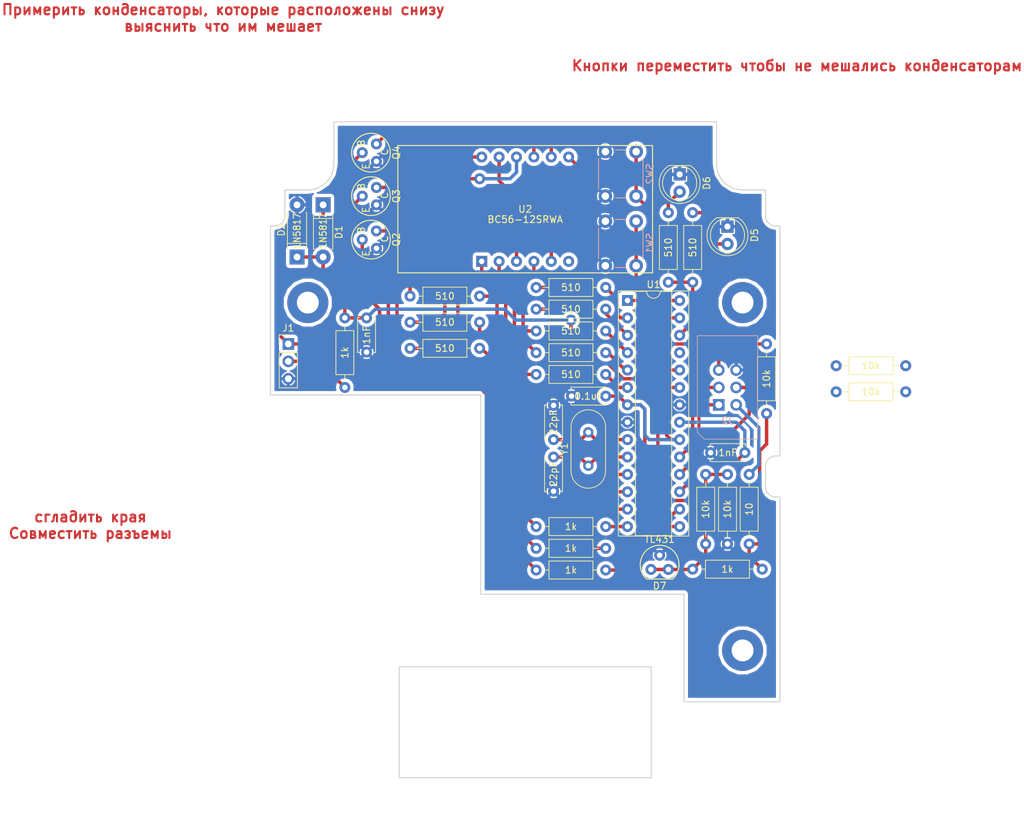
<source format=kicad_pcb>
(kicad_pcb (version 4) (host pcbnew 4.0.7)
  (layers (0 F.Cu signal) (31 B.Cu signal) (34 B.Paste user) (35 F.Paste user) (36 B.SilkS user) (37 F.SilkS user) (38 B.Mask user) (39 F.Mask user) (44 Edge.Cuts user))
  (net 0 "")
  (net 1 "Net-(C1-Pad1)")
  (net 2 GNDD)
  (net 3 "Net-(C2-Pad1)")
  (net 4 +5V)
  (net 5 CURRENT)
  (net 6 BTN1)
  (net 7 BTN2)
  (net 8 AREF)
  (net 9 "Net-(D5-Pad2)")
  (net 10 "Net-(D6-Pad2)")
  (net 11 "Net-(J1-Pad2)")
  (net 12 MISO)
  (net 13 "Net-(J2-Pad2)")
  (net 14 SCK)
  (net 15 MOSI)
  (net 16 RESET)
  (net 17 "Net-(Q2-Pad2)")
  (net 18 "Net-(Q2-Pad1)")
  (net 19 "Net-(Q3-Pad2)")
  (net 20 "Net-(Q3-Pad1)")
  (net 21 "Net-(Q4-Pad2)")
  (net 22 "Net-(Q4-Pad1)")
  (net 23 PERCENT)
  (net 24 SEG_A)
  (net 25 "Net-(R13-Pad2)")
  (net 26 SEG_B)
  (net 27 "Net-(R14-Pad2)")
  (net 28 SEG_C)
  (net 29 "Net-(R15-Pad2)")
  (net 30 SEG_D)
  (net 31 "Net-(R16-Pad2)")
  (net 32 SEG_E)
  (net 33 "Net-(R17-Pad2)")
  (net 34 SEG_F)
  (net 35 "Net-(R18-Pad2)")
  (net 36 SEG_G)
  (net 37 "Net-(R19-Pad2)")
  (net 38 SEG_DP)
  (net 39 "Net-(R20-Pad2)")
  (net 40 VOLTAGE)
  (net 41 DIG_1)
  (net 42 DIG_2)
  (net 43 DIG_3)
  (net 44 CONTROL)
  (module MyFootprints:RES (layer F.Cu) (at 106.68 107.315 180)
    (fp_text reference R24)
    (fp_text value 1k (at 0 0 180) (layer F.SilkS))
    (pad 1 thru_hole circle (at -5.08 0 180) (size 1.6 1.6) (drill 0.8) (layers *.Cu *.Mask) (net 41 DIG_1))
    (pad 2 thru_hole oval (at 5.08 0 180) (size 1.6 1.6) (drill 0.8) (layers *.Cu *.Mask) (net 18 "Net-(Q2-Pad1)"))
  )
  (module Crystals:Crystal_HC49-4H_Vertical (layer F.Cu) (at 109.22 98.425 90)
    (fp_text reference Y1 (at 2.44 -3.525 90) (layer F.SilkS))
    (fp_text value 8Mhz)
    (pad 1 thru_hole circle (at 0 0 90) (size 1.5 1.5) (drill 0.8) (layers *.Cu *.Mask) (net 3 "Net-(C2-Pad1)"))
    (pad 2 thru_hole circle (at 4.88 0 90) (size 1.5 1.5) (drill 0.8) (layers *.Cu *.Mask) (net 1 "Net-(C1-Pad1)"))
  )
  (module MyFootprints:CAP (layer F.Cu) (at 104.14 94.615 90)
    (fp_text reference C1)
    (fp_text value 22pF)
    (fp_text user %V (at 2.5 0 90) (layer F.SilkS))
    (pad 1 thru_hole circle (at 0 0 90) (size 1.6 1.6) (drill 0.8) (layers *.Cu *.Mask) (net 1 "Net-(C1-Pad1)"))
    (pad 2 thru_hole circle (at 5 0 90) (size 1.6 1.6) (drill 0.8) (layers *.Cu *.Mask) (net 2 GNDD))
  )
  (module MyFootprints:CAP (layer F.Cu) (at 104.14 97.155 270)
    (fp_text reference C2)
    (fp_text value 22pF)
    (fp_text user %V (at 2.5 0 270) (layer F.SilkS))
    (pad 1 thru_hole circle (at 0 0 270) (size 1.6 1.6) (drill 0.8) (layers *.Cu *.Mask) (net 3 "Net-(C2-Pad1)"))
    (pad 2 thru_hole circle (at 5 0 270) (size 1.6 1.6) (drill 0.8) (layers *.Cu *.Mask) (net 2 GNDD))
  )
  (module MyFootprints:CAP (layer F.Cu) (at 111.76 88.265 180)
    (fp_text reference C3)
    (fp_text value 0.1uF)
    (fp_text user %V (at 2.5 0 180) (layer F.SilkS))
    (pad 1 thru_hole circle (at 0 0 180) (size 1.6 1.6) (drill 0.8) (layers *.Cu *.Mask) (net 4 +5V))
    (pad 2 thru_hole circle (at 5 0 180) (size 1.6 1.6) (drill 0.8) (layers *.Cu *.Mask) (net 2 GNDD))
  )
  (module MyFootprints:CAP (layer F.Cu) (at 76.835 76.835 270)
    (fp_text reference C4)
    (fp_text value 1nF)
    (fp_text user %V (at 2.5 0 270) (layer F.SilkS))
    (pad 1 thru_hole circle (at 0 0 270) (size 1.6 1.6) (drill 0.8) (layers *.Cu *.Mask) (net 5 CURRENT))
    (pad 2 thru_hole circle (at 5 0 270) (size 1.6 1.6) (drill 0.8) (layers *.Cu *.Mask) (net 2 GNDD))
  )
  (module MyFootprints:CAP (layer F.Cu) (at 132.08 96.52 180)
    (fp_text reference C17)
    (fp_text value 1nF)
    (fp_text user %V (at 2.5 0 180) (layer F.SilkS))
    (pad 1 thru_hole circle (at 0 0 180) (size 1.6 1.6) (drill 0.8) (layers *.Cu *.Mask) (net 8 AREF))
    (pad 2 thru_hole circle (at 5 0 180) (size 1.6 1.6) (drill 0.8) (layers *.Cu *.Mask) (net 2 GNDD))
  )
  (module MyFootprints:DO-41 (layer F.Cu) (at 70.485 60.325 270)
    (fp_text reference D1 (at 4 -2.3 270) (layer F.SilkS))
    (fp_text value 1N5817)
    (fp_text user %V (at 3.8 0 270) (layer F.SilkS) (effects (font (size 1 0.9))))
    (pad 1 thru_hole rect (at 0 0 270) (size 2.2 2.2) (drill 1) (layers *.Cu *.Mask) (net 4 +5V))
    (pad 2 thru_hole oval (at 7.62 0 270) (size 2.2 2.2) (drill 1) (layers *.Cu *.Mask) (net 5 CURRENT))
  )
  (module MyFootprints:DO-41 (layer F.Cu) (at 66.675 67.945 90)
    (fp_text reference D2 (at 4 -2.3 90) (layer F.SilkS))
    (fp_text value 1N5817)
    (fp_text user %V (at 3.8 0 90) (layer F.SilkS) (effects (font (size 1 0.9))))
    (pad 1 thru_hole rect (at 0 0 90) (size 2.2 2.2) (drill 1) (layers *.Cu *.Mask) (net 5 CURRENT))
    (pad 2 thru_hole oval (at 7.62 0 90) (size 2.2 2.2) (drill 1) (layers *.Cu *.Mask) (net 2 GNDD))
  )
  (module LEDs:LED_D5.0mm (layer F.Cu) (at 129.54 63.5 270)
    (fp_text reference D5 (at 1.27 -3.96 270) (layer F.SilkS))
    (fp_text value LED_ALT)
    (pad 1 thru_hole rect (at 0 0 270) (size 1.8 1.8) (drill 0.9) (layers *.Cu *.Mask) (net 2 GNDD))
    (pad 2 thru_hole circle (at 2.54 0 270) (size 1.8 1.8) (drill 0.9) (layers *.Cu *.Mask) (net 9 "Net-(D5-Pad2)"))
  )
  (module LEDs:LED_D5.0mm (layer F.Cu) (at 122.555 55.88 270)
    (fp_text reference D6 (at 1.27 -3.96 270) (layer F.SilkS))
    (fp_text value LED_ALT)
    (pad 1 thru_hole rect (at 0 0 270) (size 1.8 1.8) (drill 0.9) (layers *.Cu *.Mask) (net 2 GNDD))
    (pad 2 thru_hole circle (at 2.54 0 270) (size 1.8 1.8) (drill 0.9) (layers *.Cu *.Mask) (net 10 "Net-(D6-Pad2)"))
  )
  (module MyFootprints:TL431 (layer F.Cu) (at 119.634 112.776)
    (fp_text reference D7 (at 0 3.2) (layer F.SilkS))
    (fp_text value TL431)
    (fp_text user TL431 (at 0 -3.6) (layer F.SilkS))
    (pad 3 thru_hole circle (at 1.27 0.8) (size 1.6 1.6) (drill 0.8) (layers *.Cu *.Mask) (net 8 AREF))
    (pad 1 thru_hole circle (at -1.27 0.8) (size 1.6 1.6) (drill 0.8) (layers *.Cu *.Mask) (net 8 AREF))
    (pad 2 thru_hole circle (at 0 -1.27) (size 1.6 1.6) (drill 0.8) (layers *.Cu *.Mask) (net 2 GNDD))
  )
  (module Pin_Headers:Pin_Header_Straight_1x03_Pitch2.54mm (layer F.Cu) (at 65.405 80.645)
    (fp_text reference J1 (at 0 -2.33) (layer F.SilkS))
    (fp_text value PCB_CONN hide)
    (pad 1 thru_hole rect (at 0 0) (size 1.7 1.7) (drill 1) (layers *.Cu *.Mask) (net 4 +5V))
    (pad 2 thru_hole oval (at 0 2.54) (size 1.7 1.7) (drill 1) (layers *.Cu *.Mask) (net 11 "Net-(J1-Pad2)"))
    (pad 3 thru_hole oval (at 0 5.08) (size 1.7 1.7) (drill 1) (layers *.Cu *.Mask) (net 2 GNDD))
  )
  (module MyFootprints:AVR_ISP (layer B.Cu) (at 129.54 86.995)
    (fp_text reference J2 (at 0 4.87) (layer B.SilkS) (effects (justify mirror)))
    (fp_text value PLD-6)
    (pad 1 thru_hole rect (at -1.27 2.54) (size 1.7 1.7) (drill 1) (layers *.Cu *.Mask) (net 12 MISO))
    (pad 2 thru_hole oval (at 1.27 2.54) (size 1.7 1.7) (drill 1) (layers *.Cu *.Mask) (net 13 "Net-(J2-Pad2)"))
    (pad 3 thru_hole oval (at -1.27 0) (size 1.7 1.7) (drill 1) (layers *.Cu *.Mask) (net 14 SCK))
    (pad 4 thru_hole oval (at 1.27 0) (size 1.7 1.7) (drill 1) (layers *.Cu *.Mask) (net 15 MOSI))
    (pad 5 thru_hole oval (at -1.27 -2.54) (size 1.7 1.7) (drill 1) (layers *.Cu *.Mask) (net 16 RESET))
    (pad 6 thru_hole oval (at 1.27 -2.54) (size 1.7 1.7) (drill 1) (layers *.Cu *.Mask) (net 2 GNDD))
  )
  (module MyFootprints:Q_BCE (layer F.Cu) (at 77.47 65.405 90)
    (fp_text reference Q2 (at 0 3.7 90) (layer F.SilkS))
    (fp_text value Q_NPN_BCE)
    (fp_text user E (at -2 -0.7 90) (layer F.SilkS))
    (fp_text user C (at 0.1 2 90) (layer F.SilkS))
    (fp_text user B (at 1.4 -1.4 90) (layer F.SilkS))
    (pad 2 thru_hole circle (at 1.27 0.8 90) (size 1.6 1.6) (drill 0.8) (layers *.Cu *.Mask) (net 17 "Net-(Q2-Pad2)"))
    (pad 3 thru_hole circle (at -1.27 0.8 90) (size 1.6 1.6) (drill 0.8) (layers *.Cu *.Mask) (net 2 GNDD))
    (pad 1 thru_hole circle (at 0 -1.27 90) (size 1.6 1.6) (drill 0.8) (layers *.Cu *.Mask) (net 18 "Net-(Q2-Pad1)"))
  )
  (module MyFootprints:Q_BCE (layer F.Cu) (at 77.47 59.055 90)
    (fp_text reference Q3 (at 0 3.7 90) (layer F.SilkS))
    (fp_text value Q_NPN_BCE)
    (fp_text user E (at -2 -0.7 90) (layer F.SilkS))
    (fp_text user C (at 0.1 2 90) (layer F.SilkS))
    (fp_text user B (at 1.4 -1.4 90) (layer F.SilkS))
    (pad 2 thru_hole circle (at 1.27 0.8 90) (size 1.6 1.6) (drill 0.8) (layers *.Cu *.Mask) (net 19 "Net-(Q3-Pad2)"))
    (pad 3 thru_hole circle (at -1.27 0.8 90) (size 1.6 1.6) (drill 0.8) (layers *.Cu *.Mask) (net 2 GNDD))
    (pad 1 thru_hole circle (at 0 -1.27 90) (size 1.6 1.6) (drill 0.8) (layers *.Cu *.Mask) (net 20 "Net-(Q3-Pad1)"))
  )
  (module MyFootprints:Q_BCE (layer F.Cu) (at 77.47 52.705 90)
    (fp_text reference Q4 (at 0 3.7 90) (layer F.SilkS))
    (fp_text value Q_NPN_BCE)
    (fp_text user E (at -2 -0.7 90) (layer F.SilkS))
    (fp_text user C (at 0.1 2 90) (layer F.SilkS))
    (fp_text user B (at 1.4 -1.4 90) (layer F.SilkS))
    (pad 2 thru_hole circle (at 1.27 0.8 90) (size 1.6 1.6) (drill 0.8) (layers *.Cu *.Mask) (net 21 "Net-(Q4-Pad2)"))
    (pad 3 thru_hole circle (at -1.27 0.8 90) (size 1.6 1.6) (drill 0.8) (layers *.Cu *.Mask) (net 2 GNDD))
    (pad 1 thru_hole circle (at 0 -1.27 90) (size 1.6 1.6) (drill 0.8) (layers *.Cu *.Mask) (net 22 "Net-(Q4-Pad1)"))
  )
  (module Buttons_Switches_THT:SW_PUSH_6mm_h5mm (layer B.Cu) (at 116.205 69.215 90)
    (fp_text reference SW1 (at 3.25 2 90) (layer B.SilkS) (effects (justify mirror)))
    (fp_text value SW_Push)
    (pad 2 thru_hole circle (at 0 -4.5) (size 2 2) (drill 1.1) (layers *.Cu *.Mask) (net 2 GNDD))
    (pad 1 thru_hole circle (at 0 0) (size 2 2) (drill 1.1) (layers *.Cu *.Mask) (net 6 BTN1))
    (pad 2 thru_hole circle (at 6.5 -4.5) (size 2 2) (drill 1.1) (layers *.Cu *.Mask) (net 2 GNDD))
    (pad 1 thru_hole circle (at 6.5 0) (size 2 2) (drill 1.1) (layers *.Cu *.Mask) (net 6 BTN1))
  )
  (module Buttons_Switches_THT:SW_PUSH_6mm_h5mm (layer B.Cu) (at 116.205 59.055 90)
    (fp_text reference SW2 (at 3.25 2 90) (layer B.SilkS) (effects (justify mirror)))
    (fp_text value SW_Push)
    (pad 2 thru_hole circle (at 0 -4.5) (size 2 2) (drill 1.1) (layers *.Cu *.Mask) (net 2 GNDD))
    (pad 1 thru_hole circle (at 0 0) (size 2 2) (drill 1.1) (layers *.Cu *.Mask) (net 7 BTN2))
    (pad 2 thru_hole circle (at 6.5 -4.5) (size 2 2) (drill 1.1) (layers *.Cu *.Mask) (net 2 GNDD))
    (pad 1 thru_hole circle (at 6.5 0) (size 2 2) (drill 1.1) (layers *.Cu *.Mask) (net 7 BTN2))
  )
  (module MyFootprints:TRS-28_Connfly (layer F.Cu) (at 118.745 90.805)
    (fp_text reference U1 (at 0 -18.84) (layer F.SilkS))
    (fp_text value ATMEGA8A-PU)
    (pad 1 thru_hole rect (at -3.81 -16.51) (size 1.6 1.6) (drill 0.8) (layers *.Cu *.Mask) (net 16 RESET))
    (pad 15 thru_hole oval (at 3.81 16.51) (size 1.6 1.6) (drill 0.8) (layers *.Cu *.Mask) (net 42 DIG_2))
    (pad 2 thru_hole oval (at -3.81 -13.97) (size 1.6 1.6) (drill 0.8) (layers *.Cu *.Mask) (net 24 SEG_A))
    (pad 16 thru_hole oval (at 3.81 13.97) (size 1.6 1.6) (drill 0.8) (layers *.Cu *.Mask) (net 43 DIG_3))
    (pad 3 thru_hole oval (at -3.81 -11.43) (size 1.6 1.6) (drill 0.8) (layers *.Cu *.Mask) (net 26 SEG_B))
    (pad 17 thru_hole oval (at 3.81 11.43) (size 1.6 1.6) (drill 0.8) (layers *.Cu *.Mask) (net 15 MOSI))
    (pad 4 thru_hole oval (at -3.81 -8.89) (size 1.6 1.6) (drill 0.8) (layers *.Cu *.Mask) (net 28 SEG_C))
    (pad 18 thru_hole oval (at 3.81 8.89) (size 1.6 1.6) (drill 0.8) (layers *.Cu *.Mask) (net 12 MISO))
    (pad 5 thru_hole oval (at -3.81 -6.35) (size 1.6 1.6) (drill 0.8) (layers *.Cu *.Mask) (net 30 SEG_D))
    (pad 19 thru_hole oval (at 3.81 6.35) (size 1.6 1.6) (drill 0.8) (layers *.Cu *.Mask) (net 14 SCK))
    (pad 6 thru_hole oval (at -3.81 -3.81) (size 1.6 1.6) (drill 0.8) (layers *.Cu *.Mask) (net 32 SEG_E))
    (pad 20 thru_hole oval (at 3.81 3.81) (size 1.6 1.6) (drill 0.8) (layers *.Cu *.Mask) (net 4 +5V))
    (pad 7 thru_hole oval (at -3.81 -1.27) (size 1.6 1.6) (drill 0.8) (layers *.Cu *.Mask) (net 4 +5V))
    (pad 21 thru_hole oval (at 3.81 1.27) (size 1.6 1.6) (drill 0.8) (layers *.Cu *.Mask) (net 8 AREF))
    (pad 8 thru_hole oval (at -3.81 1.27) (size 1.6 1.6) (drill 0.8) (layers *.Cu *.Mask) (net 2 GNDD))
    (pad 22 thru_hole oval (at 3.81 -1.27) (size 1.6 1.6) (drill 0.8) (layers *.Cu *.Mask) (net 2 GNDD))
    (pad 9 thru_hole oval (at -3.81 3.81) (size 1.6 1.6) (drill 0.8) (layers *.Cu *.Mask) (net 1 "Net-(C1-Pad1)"))
    (pad 23 thru_hole oval (at 3.81 -3.81) (size 1.6 1.6) (drill 0.8) (layers *.Cu *.Mask) (net 44 CONTROL))
    (pad 10 thru_hole oval (at -3.81 6.35) (size 1.6 1.6) (drill 0.8) (layers *.Cu *.Mask) (net 3 "Net-(C2-Pad1)"))
    (pad 24 thru_hole oval (at 3.81 -6.35) (size 1.6 1.6) (drill 0.8) (layers *.Cu *.Mask) (net 5 CURRENT))
    (pad 11 thru_hole oval (at -3.81 8.89) (size 1.6 1.6) (drill 0.8) (layers *.Cu *.Mask) (net 34 SEG_F))
    (pad 25 thru_hole oval (at 3.81 -8.89) (size 1.6 1.6) (drill 0.8) (layers *.Cu *.Mask) (net 40 VOLTAGE))
    (pad 12 thru_hole oval (at -3.81 11.43) (size 1.6 1.6) (drill 0.8) (layers *.Cu *.Mask) (net 36 SEG_G))
    (pad 26 thru_hole oval (at 3.81 -11.43) (size 1.6 1.6) (drill 0.8) (layers *.Cu *.Mask) (net 23 PERCENT))
    (pad 13 thru_hole oval (at -3.81 13.97) (size 1.6 1.6) (drill 0.8) (layers *.Cu *.Mask) (net 38 SEG_DP))
    (pad 27 thru_hole oval (at 3.81 -13.97) (size 1.6 1.6) (drill 0.8) (layers *.Cu *.Mask) (net 6 BTN1))
    (pad 14 thru_hole oval (at -3.81 16.51) (size 1.6 1.6) (drill 0.8) (layers *.Cu *.Mask) (net 41 DIG_1))
    (pad 28 thru_hole oval (at 3.81 -16.51) (size 1.6 1.6) (drill 0.8) (layers *.Cu *.Mask) (net 7 BTN2))
  )
  (module MyFootprints:BC56-12SRWA-2 (layer F.Cu) (at 100 60.96)
    (fp_text reference U2 (at 0 0) (layer F.SilkS))
    (fp_text value BC56-12SRWA)
    (fp_text user %V (at 0 1.5) (layer F.SilkS))
    (pad 1 thru_hole rect (at -6.35 7.62) (size 1.6 1.6) (drill 0.8) (layers *.Cu *.Mask) (net 33 "Net-(R17-Pad2)"))
    (pad 7 thru_hole circle (at 6.35 -7.62) (size 1.6 1.6) (drill 0.8) (layers *.Cu *.Mask) (net 27 "Net-(R14-Pad2)"))
    (pad 2 thru_hole circle (at -3.81 7.62) (size 1.6 1.6) (drill 0.8) (layers *.Cu *.Mask) (net 31 "Net-(R16-Pad2)"))
    (pad 8 thru_hole circle (at 3.81 -7.62) (size 1.6 1.6) (drill 0.8) (layers *.Cu *.Mask) (net 21 "Net-(Q4-Pad2)"))
    (pad 3 thru_hole circle (at -1.27 7.62) (size 1.6 1.6) (drill 0.8) (layers *.Cu *.Mask) (net 39 "Net-(R20-Pad2)"))
    (pad 9 thru_hole circle (at 1.27 -7.62) (size 1.6 1.6) (drill 0.8) (layers *.Cu *.Mask) (net 19 "Net-(Q3-Pad2)"))
    (pad 4 thru_hole circle (at 1.27 7.62) (size 1.6 1.6) (drill 0.8) (layers *.Cu *.Mask) (net 29 "Net-(R15-Pad2)"))
    (pad 10 thru_hole circle (at -1.27 -7.62) (size 1.6 1.6) (drill 0.8) (layers *.Cu *.Mask) (net 35 "Net-(R18-Pad2)"))
    (pad 5 thru_hole circle (at 3.81 7.62) (size 1.6 1.6) (drill 0.8) (layers *.Cu *.Mask) (net 37 "Net-(R19-Pad2)"))
    (pad 11 thru_hole circle (at -3.81 -7.62) (size 1.6 1.6) (drill 0.8) (layers *.Cu *.Mask) (net 25 "Net-(R13-Pad2)"))
    (pad 6 thru_hole circle (at 6.35 7.62) (size 1.6 1.6) (drill 0.8) (layers *.Cu *.Mask))
    (pad 12 thru_hole circle (at -6.35 -7.62) (size 1.6 1.6) (drill 0.8) (layers *.Cu *.Mask) (net 17 "Net-(Q2-Pad2)"))
  )
  (module MyFootprints:Case_G1202_Front-2 (layer F.Cu) (at 100 100)
    (fp_text reference CASE hide)
    (fp_text value Case_G1202_Front-2 hide)
    (fp_line (start -37.2 -11.9) (end -37.2 -36.6) (layer Edge.Cuts) (width 0.15))
    (fp_line (start -6.5 17.2) (end 23.2 17.2) (layer Edge.Cuts) (width 0.15))
    (fp_line (start 23.2 17.2) (end 23.2 32.9) (layer Edge.Cuts) (width 0.15))
    (fp_line (start 23.2 32.9) (end 37.2 32.9) (layer Edge.Cuts) (width 0.15))
    (fp_line (start -6.5 -11.9) (end -6.5 17.2) (layer Edge.Cuts) (width 0.15))
    (fp_line (start -37.2 -11.9) (end -6.5 -11.9) (layer Edge.Cuts) (width 0.15))
    (fp_line (start 37.2 32.9) (end 37.2 3) (layer Edge.Cuts) (width 0.15))
    (fp_line (start 37.2 -36.6) (end 37.2 -3) (layer Edge.Cuts) (width 0.15))
    (fp_line (start 36.6 -3) (end 37.2 -3) (layer Edge.Cuts) (width 0.15))
    (fp_arc (start 36.6 -1.5) (end 35.1 -1.5) (angle 90) (layer Edge.Cuts) (width 0.15))
    (fp_line (start 36.6 3) (end 37.2 3) (layer Edge.Cuts) (width 0.15))
    (fp_line (start 35.1 -1.5) (end 35.1 1.5) (layer Edge.Cuts) (width 0.15))
    (fp_arc (start 36.6 1.5) (end 35.1 1.5) (angle -90) (layer Edge.Cuts) (width 0.15))
    (fp_line (start 36.6 -36.6) (end 37.2 -36.6) (layer Edge.Cuts) (width 0.15))
    (fp_line (start 35.1 -38.1) (end 35.1 -41.85) (layer Edge.Cuts) (width 0.15))
    (fp_line (start 35.1 -41.85) (end 31.75 -41.85) (layer Edge.Cuts) (width 0.15))
    (fp_line (start -36.6 -36.6) (end -37.2 -36.6) (layer Edge.Cuts) (width 0.15))
    (fp_line (start -35.1 -38.1) (end -35.1 -41.85) (layer Edge.Cuts) (width 0.15))
    (fp_arc (start 36.6 -38.1) (end 35.1 -38.1) (angle -90) (layer Edge.Cuts) (width 0.15))
    (fp_arc (start 31.75 -45.65) (end 27.95 -45.65) (angle -90) (layer Edge.Cuts) (width 0.15))
    (fp_line (start 27.95 -51.8) (end 27.95 -45.65) (layer Edge.Cuts) (width 0.15))
    (fp_arc (start -36.6 -38.1) (end -35.1 -38.1) (angle 90) (layer Edge.Cuts) (width 0.15))
    (fp_line (start -35.1 -41.85) (end -31.75 -41.85) (layer Edge.Cuts) (width 0.15))
    (fp_arc (start -31.75 -45.65) (end -27.95 -45.65) (angle 90) (layer Edge.Cuts) (width 0.15))
    (fp_line (start -27.95 -51.8) (end -27.95 -45.65) (layer Edge.Cuts) (width 0.15))
    (fp_line (start -27.95 -51.8) (end 27.95 -51.8) (layer Edge.Cuts) (width 0.15))
    (pad "" thru_hole circle (at 31.75 25.4) (size 6 6) (drill 3.2) (layers *.Cu *.Mask))
    (pad "" thru_hole circle (at 31.75 -25.4) (size 6 6) (drill 3.2) (layers *.Cu *.Mask))
    (pad "" thru_hole circle (at -31.75 -25.4) (size 6 6) (drill 3.2) (layers *.Cu *.Mask))
  )
  (module MyFootprints:RES (layer F.Cu) (at 150.495 87.63)
    (fp_text reference R22)
    (fp_text value 10k (at 0 0) (layer F.SilkS))
    (pad 1 thru_hole circle (at -5.08 0) (size 1.6 1.6) (drill 0.8) (layers *.Cu *.Mask) (net 40 VOLTAGE))
    (pad 2 thru_hole oval (at 5.08 0) (size 1.6 1.6) (drill 0.8) (layers *.Cu *.Mask) (net 2 GNDD))
  )
  (module MyFootprints:RES (layer F.Cu) (at 150.495 83.82)
    (fp_text reference R21)
    (fp_text value 10k (at 0 0) (layer F.SilkS))
    (pad 1 thru_hole circle (at -5.08 0) (size 1.6 1.6) (drill 0.8) (layers *.Cu *.Mask) (net 40 VOLTAGE))
    (pad 2 thru_hole oval (at 5.08 0) (size 1.6 1.6) (drill 0.8) (layers *.Cu *.Mask) (net 4 +5V))
  )
  (module MyFootprints:RES (layer F.Cu) (at 135.255 85.725 270)
    (fp_text reference R1)
    (fp_text value 10k (at 0 0 270) (layer F.SilkS))
    (pad 1 thru_hole circle (at -5.08 0 270) (size 1.6 1.6) (drill 0.8) (layers *.Cu *.Mask) (net 16 RESET))
    (pad 2 thru_hole oval (at 5.08 0 270) (size 1.6 1.6) (drill 0.8) (layers *.Cu *.Mask) (net 4 +5V))
  )
  (module MyFootprints:RES (layer F.Cu) (at 120.904 66.548 90)
    (fp_text reference R12)
    (fp_text value 510 (at 0 0 90) (layer F.SilkS))
    (pad 1 thru_hole circle (at -5.08 0 90) (size 1.6 1.6) (drill 0.8) (layers *.Cu *.Mask) (net 23 PERCENT))
    (pad 2 thru_hole oval (at 5.08 0 90) (size 1.6 1.6) (drill 0.8) (layers *.Cu *.Mask) (net 10 "Net-(D6-Pad2)"))
  )
  (module MyFootprints:RES (layer F.Cu) (at 124.46 66.548 90)
    (fp_text reference R11)
    (fp_text value 510 (at 0 0 90) (layer F.SilkS))
    (pad 1 thru_hole circle (at -5.08 0 90) (size 1.6 1.6) (drill 0.8) (layers *.Cu *.Mask) (net 23 PERCENT))
    (pad 2 thru_hole oval (at 5.08 0 90) (size 1.6 1.6) (drill 0.8) (layers *.Cu *.Mask) (net 9 "Net-(D5-Pad2)"))
  )
  (module MyFootprints:RES (layer F.Cu) (at 132.715 104.775 90)
    (fp_text reference R10)
    (fp_text value 10 (at 0 0 90) (layer F.SilkS))
    (pad 1 thru_hole circle (at -5.08 0 90) (size 1.6 1.6) (drill 0.8) (layers *.Cu *.Mask) (net 4 +5V))
    (pad 2 thru_hole oval (at 5.08 0 90) (size 1.6 1.6) (drill 0.8) (layers *.Cu *.Mask) (net 13 "Net-(J2-Pad2)"))
  )
  (module MyFootprints:RES (layer F.Cu) (at 106.68 72.39 180)
    (fp_text reference R13)
    (fp_text value 510 (at 0 0 180) (layer F.SilkS))
    (pad 1 thru_hole circle (at -5.08 0 180) (size 1.6 1.6) (drill 0.8) (layers *.Cu *.Mask) (net 24 SEG_A))
    (pad 2 thru_hole oval (at 5.08 0 180) (size 1.6 1.6) (drill 0.8) (layers *.Cu *.Mask) (net 25 "Net-(R13-Pad2)"))
  )
  (module MyFootprints:RES (layer F.Cu) (at 106.68 75.565 180)
    (fp_text reference R14)
    (fp_text value 510 (at 0 0 180) (layer F.SilkS))
    (pad 1 thru_hole circle (at -5.08 0 180) (size 1.6 1.6) (drill 0.8) (layers *.Cu *.Mask) (net 26 SEG_B))
    (pad 2 thru_hole oval (at 5.08 0 180) (size 1.6 1.6) (drill 0.8) (layers *.Cu *.Mask) (net 27 "Net-(R14-Pad2)"))
  )
  (module MyFootprints:RES (layer F.Cu) (at 106.68 78.74 180)
    (fp_text reference R15)
    (fp_text value 510 (at 0 0 180) (layer F.SilkS))
    (pad 1 thru_hole circle (at -5.08 0 180) (size 1.6 1.6) (drill 0.8) (layers *.Cu *.Mask) (net 28 SEG_C))
    (pad 2 thru_hole oval (at 5.08 0 180) (size 1.6 1.6) (drill 0.8) (layers *.Cu *.Mask) (net 29 "Net-(R15-Pad2)"))
  )
  (module MyFootprints:RES (layer F.Cu) (at 106.68 81.915 180)
    (fp_text reference R16)
    (fp_text value 510 (at 0 0 180) (layer F.SilkS))
    (pad 1 thru_hole circle (at -5.08 0 180) (size 1.6 1.6) (drill 0.8) (layers *.Cu *.Mask) (net 30 SEG_D))
    (pad 2 thru_hole oval (at 5.08 0 180) (size 1.6 1.6) (drill 0.8) (layers *.Cu *.Mask) (net 31 "Net-(R16-Pad2)"))
  )
  (module MyFootprints:RES (layer F.Cu) (at 106.68 85.09 180)
    (fp_text reference R17)
    (fp_text value 510 (at 0 0 180) (layer F.SilkS))
    (pad 1 thru_hole circle (at -5.08 0 180) (size 1.6 1.6) (drill 0.8) (layers *.Cu *.Mask) (net 32 SEG_E))
    (pad 2 thru_hole oval (at 5.08 0 180) (size 1.6 1.6) (drill 0.8) (layers *.Cu *.Mask) (net 33 "Net-(R17-Pad2)"))
  )
  (module MyFootprints:RES (layer F.Cu) (at 88.265 73.66 180)
    (fp_text reference R18)
    (fp_text value 510 (at 0 0 180) (layer F.SilkS))
    (pad 1 thru_hole circle (at -5.08 0 180) (size 1.6 1.6) (drill 0.8) (layers *.Cu *.Mask) (net 34 SEG_F))
    (pad 2 thru_hole oval (at 5.08 0 180) (size 1.6 1.6) (drill 0.8) (layers *.Cu *.Mask) (net 35 "Net-(R18-Pad2)"))
  )
  (module MyFootprints:RES (layer F.Cu) (at 88.265 77.47 180)
    (fp_text reference R19)
    (fp_text value 510 (at 0 0 180) (layer F.SilkS))
    (pad 1 thru_hole circle (at -5.08 0 180) (size 1.6 1.6) (drill 0.8) (layers *.Cu *.Mask) (net 36 SEG_G))
    (pad 2 thru_hole oval (at 5.08 0 180) (size 1.6 1.6) (drill 0.8) (layers *.Cu *.Mask) (net 37 "Net-(R19-Pad2)"))
  )
  (module MyFootprints:RES (layer F.Cu) (at 88.265 81.28 180)
    (fp_text reference R20)
    (fp_text value 510 (at 0 0 180) (layer F.SilkS))
    (pad 1 thru_hole circle (at -5.08 0 180) (size 1.6 1.6) (drill 0.8) (layers *.Cu *.Mask) (net 38 SEG_DP))
    (pad 2 thru_hole oval (at 5.08 0 180) (size 1.6 1.6) (drill 0.8) (layers *.Cu *.Mask) (net 39 "Net-(R20-Pad2)"))
  )
  (module MyFootprints:RES (layer F.Cu) (at 73.66 81.915 270)
    (fp_text reference R3)
    (fp_text value 1k (at 0 0 270) (layer F.SilkS))
    (pad 1 thru_hole circle (at -5.08 0 270) (size 1.6 1.6) (drill 0.8) (layers *.Cu *.Mask) (net 5 CURRENT))
    (pad 2 thru_hole oval (at 5.08 0 270) (size 1.6 1.6) (drill 0.8) (layers *.Cu *.Mask) (net 11 "Net-(J1-Pad2)"))
  )
  (module MyFootprints:RES (layer F.Cu) (at 129.54 113.538 180)
    (fp_text reference R23)
    (fp_text value 1k (at 0 0 180) (layer F.SilkS))
    (pad 1 thru_hole circle (at -5.08 0 180) (size 1.6 1.6) (drill 0.8) (layers *.Cu *.Mask) (net 4 +5V))
    (pad 2 thru_hole oval (at 5.08 0 180) (size 1.6 1.6) (drill 0.8) (layers *.Cu *.Mask) (net 8 AREF))
  )
  (module MyFootprints:RES (layer F.Cu) (at 129.54 104.775 90)
    (fp_text reference R28)
    (fp_text value 10k (at 0 0 90) (layer F.SilkS))
    (pad 1 thru_hole circle (at -5.08 0 90) (size 1.6 1.6) (drill 0.8) (layers *.Cu *.Mask) (net 2 GNDD))
    (pad 2 thru_hole oval (at 5.08 0 90) (size 1.6 1.6) (drill 0.8) (layers *.Cu *.Mask) (net 44 CONTROL))
  )
  (module MyFootprints:RES (layer F.Cu) (at 126.365 104.775 270)
    (fp_text reference R27)
    (fp_text value 10k (at 0 0 270) (layer F.SilkS))
    (pad 1 thru_hole circle (at -5.08 0 270) (size 1.6 1.6) (drill 0.8) (layers *.Cu *.Mask) (net 44 CONTROL))
    (pad 2 thru_hole oval (at 5.08 0 270) (size 1.6 1.6) (drill 0.8) (layers *.Cu *.Mask) (net 8 AREF))
  )
  (module MyFootprints:RES (layer F.Cu) (at 106.68 110.49)
    (fp_text reference R25)
    (fp_text value 1k (at 0 0) (layer F.SilkS))
    (pad 1 thru_hole circle (at -5.08 0) (size 1.6 1.6) (drill 0.8) (layers *.Cu *.Mask) (net 20 "Net-(Q3-Pad1)"))
    (pad 2 thru_hole oval (at 5.08 0) (size 1.6 1.6) (drill 0.8) (layers *.Cu *.Mask) (net 42 DIG_2))
  )
  (module MyFootprints:RES (layer F.Cu) (at 106.68 113.665)
    (fp_text reference R26)
    (fp_text value 1k (at 0 0) (layer F.SilkS))
    (pad 1 thru_hole circle (at -5.08 0) (size 1.6 1.6) (drill 0.8) (layers *.Cu *.Mask) (net 22 "Net-(Q4-Pad1)"))
    (pad 2 thru_hole oval (at 5.08 0) (size 1.6 1.6) (drill 0.8) (layers *.Cu *.Mask) (net 43 DIG_3))
  )
  (module MyFootprints:AC-1005_ZMCT102_Enclosure (layer F.Cu) (at 78.6 100.3)
    (fp_text reference T1 hide)
    (fp_text value L_Measure)
  )
  (module MyFootprints:TPK-1_Enclosure (layer F.Cu) (at 100 135.9)
    (fp_text reference REF** hide)
    (fp_text value ТПК-1)
    (fp_line (start -18.4 8.1) (end 18.4 8.1) (layer Edge.Cuts) (width 0.15))
    (fp_line (start -18.4 -8.1) (end -18.4 8.1) (layer Edge.Cuts) (width 0.15))
    (fp_line (start 18.4 8.1) (end 18.4 -8.1) (layer Edge.Cuts) (width 0.15))
    (fp_line (start -18.4 -8.1) (end 18.4 -8.1) (layer Edge.Cuts) (width 0.15))
  )
  (module MyFootprints:CAP_D16_L36_Enclosure (layer F.Cu) (at 118 69.7 180)
    (fp_text reference REF** hide)
    (fp_text value REF**)
  )
  (module MyFootprints:CAP_D16_L36_Enclosure (layer F.Cu) (at 100 69.7 180)
    (fp_text reference REF** hide)
    (fp_text value REF**)
  )
  (module MyFootprints:CAP_D16_L36_Enclosure (layer F.Cu) (at 82 69.7 180)
    (fp_text reference REF** hide)
    (fp_text value REF**)
  )
  (module MyFootprints:CAP_D16_L36_Enclosure (layer F.Cu) (at 110.75 100.1 270)
    (fp_text reference REF** hide)
    (fp_text value REF**)
  )
  (gr_text "Кнопки переместить чтобы не мешались конденсаторам" (at 139.7 40.005) (layer F.Cu) (effects (font (size 1.5 1.5) (thickness 0.3))))
  (gr_text "Примерить конденсаторы, которые расположены снизу\nвыяснить что им мешает" (at 55.88 33.02) (layer F.Cu) (effects (font (size 1.5 1.5) (thickness 0.3))))
  (gr_text "сгладить края\nСовместить разъемы" (at 36.5 107.1) (layer F.Cu) (effects (font (size 1.5 1.5) (thickness 0.3))))
  (segment (start 104.14 94.615) (end 108.15 94.615) (width 0.5) (layer F.Cu) (net 1))
  (segment (start 108.15 94.615) (end 109.22 93.545) (width 0.5) (layer F.Cu) (net 1))
  (segment (start 109.22 93.545) (end 110.29 94.615) (width 0.5) (layer F.Cu) (net 1))
  (segment (start 110.29 94.615) (end 114.935 94.615) (width 0.5) (layer F.Cu) (net 1))
  (segment (start 104.14 97.155) (end 107.95 97.155) (width 0.5) (layer F.Cu) (net 3))
  (segment (start 107.95 97.155) (end 109.22 98.425) (width 0.5) (layer F.Cu) (net 3))
  (segment (start 109.22 98.425) (end 110.49 97.155) (width 0.5) (layer F.Cu) (net 3))
  (segment (start 110.49 97.155) (end 114.935 97.155) (width 0.5) (layer F.Cu) (net 3))
  (segment (start 134.62 113.538) (end 132.715 111.633) (width 0.5) (layer F.Cu) (net 4))
  (segment (start 132.715 111.633) (end 132.715 109.855) (width 0.5) (layer F.Cu) (net 4))
  (segment (start 132.715 109.855) (end 133.985 109.855) (width 0.5) (layer F.Cu) (net 4))
  (segment (start 135.255 95.25) (end 135.255 90.805) (width 0.5) (layer F.Cu) (net 4))
  (segment (start 134.239 96.266) (end 135.255 95.25) (width 0.5) (layer F.Cu) (net 4))
  (segment (start 134.239 109.601) (end 134.239 96.266) (width 0.5) (layer F.Cu) (net 4))
  (segment (start 133.985 109.855) (end 134.239 109.601) (width 0.5) (layer F.Cu) (net 4))
  (segment (start 122.555 94.615) (end 121.285 94.615) (width 0.5) (layer F.Cu) (net 4))
  (segment (start 121.285 94.615) (end 120.65 93.98) (width 0.5) (layer F.Cu) (net 4))
  (segment (start 65.405 80.645) (end 71.628 80.645) (width 0.5) (layer F.Cu) (net 4))
  (segment (start 106.045 115.57) (end 107.315 114.3) (width 0.5) (layer F.Cu) (net 4))
  (segment (start 107.315 114.3) (end 107.315 109.855) (width 0.5) (layer F.Cu) (net 4))
  (segment (start 107.315 109.855) (end 108.2675 108.9025) (width 0.5) (layer F.Cu) (net 4))
  (segment (start 108.2675 108.9025) (end 116.5225 108.9025) (width 0.5) (layer F.Cu) (net 4))
  (segment (start 116.5225 108.9025) (end 117.475 107.95) (width 0.5) (layer F.Cu) (net 4))
  (segment (start 117.475 107.95) (end 117.475 90.17) (width 0.5) (layer F.Cu) (net 4))
  (segment (start 117.475 90.17) (end 116.84 89.535) (width 0.5) (layer F.Cu) (net 4))
  (segment (start 116.84 89.535) (end 114.935 89.535) (width 0.5) (layer F.Cu) (net 4))
  (segment (start 94.615 109.855) (end 100.33 115.57) (width 0.5) (layer F.Cu) (net 4))
  (segment (start 94.615 88.265) (end 94.615 109.855) (width 0.5) (layer F.Cu) (net 4))
  (segment (start 93.345 86.995) (end 94.615 88.265) (width 0.5) (layer F.Cu) (net 4))
  (segment (start 77.978 86.995) (end 93.345 86.995) (width 0.5) (layer F.Cu) (net 4))
  (segment (start 100.33 115.57) (end 106.045 115.57) (width 0.5) (layer F.Cu) (net 4))
  (segment (start 71.628 80.645) (end 77.978 86.995) (width 0.5) (layer F.Cu) (net 4))
  (segment (start 63.627 65.913) (end 64.77 64.77) (width 0.5) (layer F.Cu) (net 4))
  (segment (start 63.627 78.867) (end 63.627 65.913) (width 0.5) (layer F.Cu) (net 4))
  (segment (start 65.405 80.645) (end 63.627 78.867) (width 0.5) (layer F.Cu) (net 4))
  (segment (start 70.485 63.5) (end 70.485 60.325) (width 0.5) (layer F.Cu) (net 4))
  (segment (start 69.215 64.77) (end 70.485 63.5) (width 0.5) (layer F.Cu) (net 4))
  (segment (start 64.77 64.77) (end 69.215 64.77) (width 0.5) (layer F.Cu) (net 4))
  (segment (start 111.76 88.265) (end 113.665 88.265) (width 0.5) (layer F.Cu) (net 4))
  (segment (start 113.665 88.265) (end 114.935 89.535) (width 0.5) (layer F.Cu) (net 4))
  (segment (start 122.555 94.615) (end 118.11 94.615) (width 0.5) (layer B.Cu) (net 4))
  (segment (start 116.84 89.535) (end 114.935 89.535) (width 0.5) (layer B.Cu) (net 4))
  (segment (start 117.475 90.17) (end 116.84 89.535) (width 0.5) (layer B.Cu) (net 4))
  (segment (start 117.475 93.98) (end 117.475 90.17) (width 0.5) (layer B.Cu) (net 4))
  (segment (start 118.11 94.615) (end 117.475 93.98) (width 0.5) (layer B.Cu) (net 4))
  (segment (start 120.65 91.44) (end 121.285 90.805) (width 0.5) (layer F.Cu) (net 4))
  (segment (start 120.65 93.98) (end 120.65 91.44) (width 0.5) (layer F.Cu) (net 4))
  (segment (start 114.3 85.725) (end 118.11 85.725) (width 0.5) (layer F.Cu) (net 5))
  (segment (start 106.68 77.1525) (end 98.6155 77.1525) (width 0.5) (layer B.Cu) (net 5))
  (via (at 106.68 77.1525) (size 1.6) (drill 0.8) (layers F.Cu B.Cu) (net 5))
  (segment (start 106.68 82.55) (end 106.68 77.1525) (width 0.5) (layer F.Cu) (net 5))
  (segment (start 107.6325 83.5025) (end 106.68 82.55) (width 0.5) (layer F.Cu) (net 5))
  (segment (start 112.0775 83.5025) (end 107.6325 83.5025) (width 0.5) (layer F.Cu) (net 5))
  (segment (start 114.3 85.725) (end 112.0775 83.5025) (width 0.5) (layer F.Cu) (net 5))
  (segment (start 98.6155 77.1525) (end 97.028 75.565) (width 0.5) (layer B.Cu) (net 5))
  (segment (start 97.028 75.565) (end 78.105 75.565) (width 0.5) (layer B.Cu) (net 5))
  (segment (start 76.835 76.835) (end 78.105 75.565) (width 0.5) (layer B.Cu) (net 5))
  (segment (start 119.38 84.455) (end 122.555 84.455) (width 0.5) (layer F.Cu) (net 5))
  (segment (start 118.11 85.725) (end 119.38 84.455) (width 0.5) (layer F.Cu) (net 5))
  (segment (start 73.66 76.835) (end 73.66 73.152) (width 0.5) (layer F.Cu) (net 5))
  (segment (start 70.485 69.977) (end 70.485 67.945) (width 0.5) (layer F.Cu) (net 5))
  (segment (start 73.66 73.152) (end 70.485 69.977) (width 0.5) (layer F.Cu) (net 5))
  (segment (start 73.66 76.835) (end 76.835 76.835) (width 0.5) (layer F.Cu) (net 5))
  (segment (start 66.675 67.945) (end 70.485 67.945) (width 0.5) (layer F.Cu) (net 5))
  (segment (start 116.205 69.215) (end 116.205 71.12) (width 0.5) (layer F.Cu) (net 6))
  (segment (start 120.65 76.835) (end 122.555 76.835) (width 0.5) (layer F.Cu) (net 6))
  (segment (start 120.015 76.2) (end 120.65 76.835) (width 0.5) (layer F.Cu) (net 6))
  (segment (start 120.015 74.93) (end 120.015 76.2) (width 0.5) (layer F.Cu) (net 6))
  (segment (start 116.205 71.12) (end 120.015 74.93) (width 0.5) (layer F.Cu) (net 6))
  (segment (start 116.205 62.715) (end 116.205 69.215) (width 0.5) (layer F.Cu) (net 6))
  (segment (start 116.205 59.055) (end 116.205 52.555) (width 0.5) (layer F.Cu) (net 7))
  (segment (start 116.205 59.055) (end 118.11 60.96) (width 0.5) (layer F.Cu) (net 7))
  (segment (start 121.285 74.295) (end 122.555 74.295) (width 0.5) (layer F.Cu) (net 7))
  (segment (start 118.11 71.12) (end 121.285 74.295) (width 0.5) (layer F.Cu) (net 7))
  (segment (start 118.11 60.96) (end 118.11 71.12) (width 0.5) (layer F.Cu) (net 7))
  (segment (start 132.08 96.52) (end 131.1275 97.4725) (width 0.5) (layer F.Cu) (net 8))
  (segment (start 126.365 106.68) (end 126.365 109.855) (width 0.5) (layer F.Cu) (net 8))
  (segment (start 131.1275 101.9175) (end 126.365 106.68) (width 0.5) (layer F.Cu) (net 8))
  (segment (start 131.1275 97.4725) (end 131.1275 101.9175) (width 0.5) (layer F.Cu) (net 8))
  (segment (start 132.08 96.52) (end 132.08 93.345) (width 0.5) (layer B.Cu) (net 8))
  (segment (start 130.81 92.075) (end 122.555 92.075) (width 0.5) (layer B.Cu) (net 8))
  (segment (start 132.08 93.345) (end 130.81 92.075) (width 0.5) (layer B.Cu) (net 8))
  (segment (start 124.46 113.538) (end 126.365 111.633) (width 0.5) (layer F.Cu) (net 8))
  (segment (start 126.365 111.633) (end 126.365 109.855) (width 0.5) (layer F.Cu) (net 8))
  (segment (start 120.904 113.576) (end 124.422 113.576) (width 0.5) (layer F.Cu) (net 8))
  (segment (start 124.422 113.576) (end 124.46 113.538) (width 0.5) (layer F.Cu) (net 8))
  (segment (start 118.364 113.576) (end 120.904 113.576) (width 0.5) (layer F.Cu) (net 8))
  (segment (start 124.46 61.468) (end 126.238 61.468) (width 0.5) (layer F.Cu) (net 9))
  (segment (start 127.635 66.04) (end 129.54 66.04) (width 0.5) (layer F.Cu) (net 9))
  (segment (start 127 65.405) (end 127.635 66.04) (width 0.5) (layer F.Cu) (net 9))
  (segment (start 127 62.23) (end 127 65.405) (width 0.5) (layer F.Cu) (net 9))
  (segment (start 126.238 61.468) (end 127 62.23) (width 0.5) (layer F.Cu) (net 9))
  (segment (start 120.904 61.468) (end 120.904 60.071) (width 0.5) (layer F.Cu) (net 10))
  (segment (start 120.904 60.071) (end 122.555 58.42) (width 0.5) (layer F.Cu) (net 10))
  (segment (start 65.405 83.185) (end 69.85 83.185) (width 0.5) (layer F.Cu) (net 11))
  (segment (start 69.85 83.185) (end 73.66 86.995) (width 0.5) (layer F.Cu) (net 11))
  (segment (start 126.365 89.535) (end 128.27 89.535) (width 0.5) (layer F.Cu) (net 12))
  (segment (start 125.349 90.551) (end 126.365 89.535) (width 0.5) (layer F.Cu) (net 12))
  (segment (start 125.349 96.901) (end 125.349 90.551) (width 0.5) (layer F.Cu) (net 12))
  (segment (start 122.555 99.695) (end 125.349 96.901) (width 0.5) (layer F.Cu) (net 12))
  (segment (start 132.715 99.695) (end 134.112 98.298) (width 0.5) (layer B.Cu) (net 13))
  (segment (start 134.112 92.837) (end 130.81 89.535) (width 0.5) (layer B.Cu) (net 13))
  (segment (start 134.112 98.298) (end 134.112 92.837) (width 0.5) (layer B.Cu) (net 13))
  (segment (start 125.73 86.995) (end 128.27 86.995) (width 0.5) (layer F.Cu) (net 14))
  (segment (start 124.46 88.265) (end 125.73 86.995) (width 0.5) (layer F.Cu) (net 14))
  (segment (start 124.46 95.25) (end 124.46 88.265) (width 0.5) (layer F.Cu) (net 14))
  (segment (start 122.555 97.155) (end 124.46 95.25) (width 0.5) (layer F.Cu) (net 14))
  (segment (start 122.555 102.235) (end 124.46 100.33) (width 0.5) (layer F.Cu) (net 15))
  (segment (start 132.08 86.995) (end 130.81 86.995) (width 0.5) (layer F.Cu) (net 15))
  (segment (start 132.715 87.63) (end 132.715 90.932) (width 0.5) (layer F.Cu) (net 15))
  (segment (start 132.08 86.995) (end 132.715 87.63) (width 0.5) (layer F.Cu) (net 15))
  (segment (start 128.905 94.742) (end 132.715 90.932) (width 0.5) (layer F.Cu) (net 15))
  (segment (start 128.905 97.409) (end 128.905 94.742) (width 0.5) (layer F.Cu) (net 15))
  (segment (start 128.2065 98.1075) (end 128.905 97.409) (width 0.5) (layer F.Cu) (net 15))
  (segment (start 125.4125 98.1075) (end 128.2065 98.1075) (width 0.5) (layer F.Cu) (net 15))
  (segment (start 124.46 99.06) (end 125.4125 98.1075) (width 0.5) (layer F.Cu) (net 15))
  (segment (start 124.46 100.33) (end 124.46 99.06) (width 0.5) (layer F.Cu) (net 15))
  (segment (start 128.27 84.455) (end 128.27 80.645) (width 0.5) (layer F.Cu) (net 16))
  (segment (start 135.255 80.645) (end 128.27 80.645) (width 0.5) (layer F.Cu) (net 16))
  (segment (start 128.27 80.645) (end 118.745 80.645) (width 0.5) (layer F.Cu) (net 16))
  (segment (start 118.11 80.01) (end 118.11 74.93) (width 0.5) (layer F.Cu) (net 16))
  (segment (start 118.745 80.645) (end 118.11 80.01) (width 0.5) (layer F.Cu) (net 16))
  (segment (start 117.475 74.295) (end 114.935 74.295) (width 0.5) (layer F.Cu) (net 16))
  (segment (start 118.11 74.93) (end 117.475 74.295) (width 0.5) (layer F.Cu) (net 16))
  (segment (start 78.27 64.135) (end 80.01 64.135) (width 0.5) (layer F.Cu) (net 17))
  (segment (start 90.805 53.34) (end 93.65 53.34) (width 0.5) (layer F.Cu) (net 17))
  (segment (start 80.01 64.135) (end 90.805 53.34) (width 0.5) (layer F.Cu) (net 17))
  (segment (start 76.2 65.405) (end 76.2 67.945) (width 0.5) (layer F.Cu) (net 18))
  (segment (start 81.28 73.025) (end 81.28 82.55) (width 0.5) (layer F.Cu) (net 18))
  (segment (start 98.425 104.14) (end 101.6 107.315) (width 0.5) (layer F.Cu) (net 18))
  (segment (start 81.915 83.185) (end 81.28 82.55) (width 0.5) (layer F.Cu) (net 18))
  (segment (start 93.345 83.185) (end 81.915 83.185) (width 0.5) (layer F.Cu) (net 18))
  (segment (start 98.425 88.265) (end 93.345 83.185) (width 0.5) (layer F.Cu) (net 18))
  (segment (start 98.425 104.14) (end 98.425 88.265) (width 0.5) (layer F.Cu) (net 18))
  (segment (start 76.2 67.945) (end 81.28 73.025) (width 0.5) (layer F.Cu) (net 18))
  (segment (start 78.27 57.785) (end 83.185 57.785) (width 0.5) (layer F.Cu) (net 19))
  (segment (start 101.27 51.74) (end 101.27 53.34) (width 0.5) (layer F.Cu) (net 19))
  (segment (start 100.33 50.8) (end 101.27 51.74) (width 0.5) (layer F.Cu) (net 19))
  (segment (start 90.17 50.8) (end 100.33 50.8) (width 0.5) (layer F.Cu) (net 19))
  (segment (start 83.185 57.785) (end 90.17 50.8) (width 0.5) (layer F.Cu) (net 19))
  (segment (start 73.914 68.199) (end 73.914 61.341) (width 0.5) (layer F.Cu) (net 20))
  (segment (start 97.155 106.045) (end 97.155 88.265) (width 0.5) (layer F.Cu) (net 20))
  (segment (start 81.28 84.455) (end 93.345 84.455) (width 0.5) (layer F.Cu) (net 20))
  (segment (start 73.914 68.199) (end 80.01 74.295) (width 0.5) (layer F.Cu) (net 20))
  (segment (start 80.01 74.295) (end 80.01 83.185) (width 0.5) (layer F.Cu) (net 20))
  (segment (start 80.01 83.185) (end 81.28 84.455) (width 0.5) (layer F.Cu) (net 20))
  (segment (start 93.345 84.455) (end 97.155 88.265) (width 0.5) (layer F.Cu) (net 20))
  (segment (start 101.6 110.49) (end 97.155 106.045) (width 0.5) (layer F.Cu) (net 20))
  (segment (start 73.914 61.341) (end 76.2 59.055) (width 0.5) (layer F.Cu) (net 20))
  (segment (start 78.27 51.435) (end 80.175 49.53) (width 0.5) (layer F.Cu) (net 21))
  (segment (start 102.235 49.53) (end 103.81 51.105) (width 0.5) (layer F.Cu) (net 21))
  (segment (start 103.81 51.105) (end 103.81 53.34) (width 0.5) (layer F.Cu) (net 21))
  (segment (start 80.175 49.53) (end 102.235 49.53) (width 0.5) (layer F.Cu) (net 21))
  (segment (start 72.771 69.596) (end 72.771 56.134) (width 0.5) (layer F.Cu) (net 22))
  (segment (start 78.74 75.565) (end 78.74 83.82) (width 0.5) (layer F.Cu) (net 22))
  (segment (start 78.74 83.82) (end 80.645 85.725) (width 0.5) (layer F.Cu) (net 22))
  (segment (start 80.645 85.725) (end 93.345 85.725) (width 0.5) (layer F.Cu) (net 22))
  (segment (start 93.345 85.725) (end 95.885 88.265) (width 0.5) (layer F.Cu) (net 22))
  (segment (start 95.885 88.265) (end 95.885 107.95) (width 0.5) (layer F.Cu) (net 22))
  (segment (start 101.6 113.665) (end 95.885 107.95) (width 0.5) (layer F.Cu) (net 22))
  (segment (start 72.771 69.596) (end 78.74 75.565) (width 0.5) (layer F.Cu) (net 22))
  (segment (start 72.771 56.134) (end 76.2 52.705) (width 0.5) (layer F.Cu) (net 22))
  (segment (start 122.555 79.375) (end 124.46 77.47) (width 0.5) (layer F.Cu) (net 23))
  (segment (start 124.46 77.47) (end 124.46 71.628) (width 0.5) (layer F.Cu) (net 23))
  (segment (start 120.904 71.628) (end 124.46 71.628) (width 0.5) (layer F.Cu) (net 23))
  (segment (start 114.935 76.835) (end 113.919 76.835) (width 0.5) (layer F.Cu) (net 24))
  (segment (start 113.411 74.041) (end 111.76 72.39) (width 0.5) (layer F.Cu) (net 24))
  (segment (start 113.411 76.327) (end 113.411 74.041) (width 0.5) (layer F.Cu) (net 24))
  (segment (start 113.919 76.835) (end 113.411 76.327) (width 0.5) (layer F.Cu) (net 24))
  (segment (start 107.95 60.325) (end 106.68 59.055) (width 0.5) (layer F.Cu) (net 25))
  (segment (start 106.68 59.055) (end 98.425 59.055) (width 0.5) (layer F.Cu) (net 25))
  (segment (start 98.425 59.055) (end 96.19 56.82) (width 0.5) (layer F.Cu) (net 25))
  (segment (start 107.95 69.85) (end 107.95 60.325) (width 0.5) (layer F.Cu) (net 25))
  (segment (start 105.41 72.39) (end 107.95 69.85) (width 0.5) (layer F.Cu) (net 25))
  (segment (start 101.6 72.39) (end 105.41 72.39) (width 0.5) (layer F.Cu) (net 25))
  (segment (start 96.19 56.82) (end 96.19 53.34) (width 0.5) (layer F.Cu) (net 25))
  (segment (start 114.935 79.375) (end 111.76 76.2) (width 0.5) (layer F.Cu) (net 26))
  (segment (start 111.76 76.2) (end 111.76 75.565) (width 0.5) (layer F.Cu) (net 26))
  (segment (start 101.6 75.565) (end 104.14 75.565) (width 0.5) (layer F.Cu) (net 27))
  (segment (start 104.14 75.565) (end 109.22 70.485) (width 0.5) (layer F.Cu) (net 27))
  (segment (start 109.22 70.485) (end 109.22 56.21) (width 0.5) (layer F.Cu) (net 27))
  (segment (start 109.22 56.21) (end 106.35 53.34) (width 0.5) (layer F.Cu) (net 27))
  (segment (start 114.935 81.915) (end 111.76 78.74) (width 0.5) (layer F.Cu) (net 28))
  (segment (start 101.6 78.74) (end 100.33 78.74) (width 0.5) (layer F.Cu) (net 29))
  (segment (start 101.27 70.18) (end 101.27 68.58) (width 0.5) (layer F.Cu) (net 29))
  (segment (start 99.695 71.755) (end 101.27 70.18) (width 0.5) (layer F.Cu) (net 29))
  (segment (start 99.695 78.105) (end 99.695 71.755) (width 0.5) (layer F.Cu) (net 29))
  (segment (start 100.33 78.74) (end 99.695 78.105) (width 0.5) (layer F.Cu) (net 29))
  (segment (start 114.6175 84.455) (end 112.014 81.8515) (width 0.5) (layer F.Cu) (net 30))
  (segment (start 101.6 81.915) (end 98.425 78.74) (width 0.5) (layer F.Cu) (net 31))
  (segment (start 96.19 70.155) (end 96.19 68.58) (width 0.5) (layer F.Cu) (net 31))
  (segment (start 98.425 72.39) (end 96.19 70.155) (width 0.5) (layer F.Cu) (net 31))
  (segment (start 98.425 78.74) (end 98.425 72.39) (width 0.5) (layer F.Cu) (net 31))
  (segment (start 96.19 68.58) (end 96.52 68.91) (width 0.5) (layer F.Cu) (net 31))
  (segment (start 114.935 86.995) (end 113.665 86.995) (width 0.5) (layer F.Cu) (net 32))
  (segment (start 113.665 86.995) (end 111.76 85.09) (width 0.5) (layer F.Cu) (net 32))
  (segment (start 101.6 85.09) (end 100.33 85.09) (width 0.5) (layer F.Cu) (net 33))
  (segment (start 93.65 70.155) (end 93.65 68.58) (width 0.5) (layer F.Cu) (net 33))
  (segment (start 97.155 73.66) (end 93.65 70.155) (width 0.5) (layer F.Cu) (net 33))
  (segment (start 97.155 79.375) (end 97.155 73.66) (width 0.5) (layer F.Cu) (net 33))
  (segment (start 99.695 81.915) (end 97.155 79.375) (width 0.5) (layer F.Cu) (net 33))
  (segment (start 99.695 84.455) (end 99.695 81.915) (width 0.5) (layer F.Cu) (net 33))
  (segment (start 100.33 85.09) (end 99.695 84.455) (width 0.5) (layer F.Cu) (net 33))
  (segment (start 101.6 85.09) (end 101.6 85.09) (width 0.5) (layer F.Cu) (net 33))
  (segment (start 103.251 103.505) (end 108.585 103.505) (width 0.5) (layer F.Cu) (net 34))
  (segment (start 102.235 88.265) (end 102.235 102.489) (width 0.5) (layer F.Cu) (net 34))
  (segment (start 102.235 102.489) (end 103.251 103.505) (width 0.5) (layer F.Cu) (net 34))
  (segment (start 93.345 73.66) (end 95.25 73.66) (width 0.5) (layer F.Cu) (net 34))
  (segment (start 98.425 81.915) (end 98.425 84.455) (width 0.5) (layer F.Cu) (net 34))
  (segment (start 95.885 79.375) (end 98.425 81.915) (width 0.5) (layer F.Cu) (net 34))
  (segment (start 95.885 74.295) (end 95.885 79.375) (width 0.5) (layer F.Cu) (net 34))
  (segment (start 95.25 73.66) (end 95.885 74.295) (width 0.5) (layer F.Cu) (net 34))
  (segment (start 98.425 84.455) (end 102.235 88.265) (width 0.5) (layer F.Cu) (net 34))
  (segment (start 112.395 99.695) (end 114.935 99.695) (width 0.5) (layer F.Cu) (net 34))
  (segment (start 108.585 103.505) (end 112.395 99.695) (width 0.5) (layer F.Cu) (net 34))
  (via (at 93.345 56.515) (size 1.6) (drill 0.8) (layers F.Cu B.Cu) (net 35))
  (segment (start 83.185 64.135) (end 90.805 56.515) (width 0.5) (layer F.Cu) (net 35))
  (segment (start 90.805 56.515) (end 93.345 56.515) (width 0.5) (layer F.Cu) (net 35))
  (segment (start 93.345 56.515) (end 97.79 56.515) (width 0.5) (layer B.Cu) (net 35))
  (segment (start 97.79 56.515) (end 98.73 55.575) (width 0.5) (layer B.Cu) (net 35))
  (segment (start 98.73 53.34) (end 98.73 55.575) (width 0.5) (layer B.Cu) (net 35))
  (segment (start 83.185 64.135) (end 83.185 73.66) (width 0.5) (layer F.Cu) (net 35))
  (segment (start 109.22 104.775) (end 111.76 102.235) (width 0.5) (layer F.Cu) (net 36))
  (segment (start 109.22 104.775) (end 103.124 104.775) (width 0.5) (layer F.Cu) (net 36))
  (segment (start 103.124 104.775) (end 100.965 102.616) (width 0.5) (layer F.Cu) (net 36))
  (segment (start 100.965 102.616) (end 100.965 88.265) (width 0.5) (layer F.Cu) (net 36))
  (segment (start 100.965 88.265) (end 97.155 84.455) (width 0.5) (layer F.Cu) (net 36))
  (segment (start 97.155 84.455) (end 97.155 82.55) (width 0.5) (layer F.Cu) (net 36))
  (segment (start 97.155 82.55) (end 93.345 78.74) (width 0.5) (layer F.Cu) (net 36))
  (segment (start 93.345 77.47) (end 93.345 78.74) (width 0.5) (layer F.Cu) (net 36))
  (segment (start 111.76 102.235) (end 114.935 102.235) (width 0.5) (layer F.Cu) (net 36))
  (segment (start 83.185 77.47) (end 86.995 77.47) (width 0.5) (layer F.Cu) (net 37))
  (segment (start 103.81 65.075) (end 103.81 68.58) (width 0.5) (layer F.Cu) (net 37))
  (segment (start 102.87 64.135) (end 103.81 65.075) (width 0.5) (layer F.Cu) (net 37))
  (segment (start 89.535 64.135) (end 102.87 64.135) (width 0.5) (layer F.Cu) (net 37))
  (segment (start 88.265 65.405) (end 89.535 64.135) (width 0.5) (layer F.Cu) (net 37))
  (segment (start 88.265 76.2) (end 88.265 65.405) (width 0.5) (layer F.Cu) (net 37))
  (segment (start 86.995 77.47) (end 88.265 76.2) (width 0.5) (layer F.Cu) (net 37))
  (segment (start 93.599 81.28) (end 95.885 83.566) (width 0.5) (layer F.Cu) (net 38))
  (segment (start 99.695 88.265) (end 99.695 102.87) (width 0.5) (layer F.Cu) (net 38))
  (segment (start 111.125 104.775) (end 114.935 104.775) (width 0.5) (layer F.Cu) (net 38))
  (segment (start 109.855 106.045) (end 111.125 104.775) (width 0.5) (layer F.Cu) (net 38))
  (segment (start 102.87 106.045) (end 109.855 106.045) (width 0.5) (layer F.Cu) (net 38))
  (segment (start 99.695 102.87) (end 102.87 106.045) (width 0.5) (layer F.Cu) (net 38))
  (segment (start 95.885 83.566) (end 95.885 84.455) (width 0.5) (layer F.Cu) (net 38))
  (segment (start 95.885 84.455) (end 99.695 88.265) (width 0.5) (layer F.Cu) (net 38))
  (segment (start 83.185 81.28) (end 88.9 81.28) (width 0.5) (layer F.Cu) (net 39))
  (segment (start 98.73 66.98) (end 98.73 68.58) (width 0.5) (layer F.Cu) (net 39))
  (segment (start 97.79 66.04) (end 98.73 66.98) (width 0.5) (layer F.Cu) (net 39))
  (segment (start 91.44 66.04) (end 97.79 66.04) (width 0.5) (layer F.Cu) (net 39))
  (segment (start 90.17 67.31) (end 91.44 66.04) (width 0.5) (layer F.Cu) (net 39))
  (segment (start 90.17 80.01) (end 90.17 67.31) (width 0.5) (layer F.Cu) (net 39))
  (segment (start 88.9 81.28) (end 90.17 80.01) (width 0.5) (layer F.Cu) (net 39))
  (segment (start 111.76 107.315) (end 114.935 107.315) (width 0.5) (layer F.Cu) (net 41))
  (segment (start 121.285 107.315) (end 113.03 115.57) (width 0.5) (layer F.Cu) (net 42))
  (segment (start 110.49 110.49) (end 109.855 111.125) (width 0.5) (layer F.Cu) (net 42))
  (segment (start 109.855 111.125) (end 109.855 114.935) (width 0.5) (layer F.Cu) (net 42))
  (segment (start 109.855 114.935) (end 110.49 115.57) (width 0.5) (layer F.Cu) (net 42))
  (segment (start 111.76 110.49) (end 110.49 110.49) (width 0.5) (layer F.Cu) (net 42))
  (segment (start 121.285 107.315) (end 122.555 107.315) (width 0.5) (layer F.Cu) (net 42))
  (segment (start 113.03 115.57) (end 110.49 115.57) (width 0.5) (layer F.Cu) (net 42))
  (segment (start 122.301 104.775) (end 113.411 113.665) (width 0.5) (layer F.Cu) (net 43))
  (segment (start 113.411 113.665) (end 111.76 113.665) (width 0.5) (layer F.Cu) (net 43))
  (segment (start 120.015 103.505) (end 125.095 103.505) (width 0.5) (layer F.Cu) (net 44))
  (segment (start 119.38 102.87) (end 119.38 88.265) (width 0.5) (layer F.Cu) (net 44))
  (segment (start 120.015 103.505) (end 119.38 102.87) (width 0.5) (layer F.Cu) (net 44))
  (segment (start 122.555 86.995) (end 120.65 86.995) (width 0.5) (layer F.Cu) (net 44))
  (segment (start 119.38 88.265) (end 120.65 86.995) (width 0.5) (layer F.Cu) (net 44))
  (segment (start 126.365 102.235) (end 126.365 99.695) (width 0.5) (layer F.Cu) (net 44))
  (segment (start 125.095 103.505) (end 126.365 102.235) (width 0.5) (layer F.Cu) (net 44))
  (segment (start 126.365 99.695) (end 129.54 99.695) (width 0.5) (layer F.Cu) (net 44))
  (zone (net 2) (net_name GNDD) (layer B.Cu) (connect_pads (clearance 0.5)) (min_thickness 0.254) (fill yes (arc_segments 16) (thermal_gap 0.2) (thermal_bridge_width 0.5))
    (polygon (pts (xy 62 48.135) (xy 138 48.135) (xy 138 153.135) (xy 62 153.135)))
  )
)
</source>
